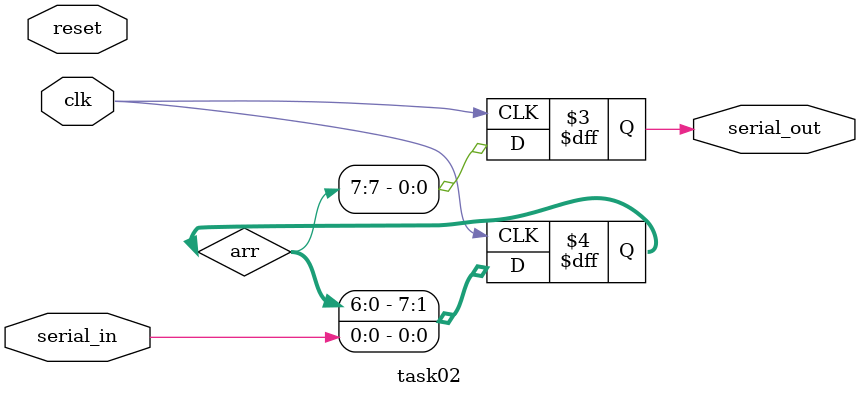
<source format=v>
module task02(
	output reg serial_out,
	input serial_in,
	input clk,
	input reset
);
	reg [7:0]arr;
	
	always @(posedge clk) begin
		if(reset) begin
			arr <= 8'b00000000;
		end 

		serial_out = arr[7];

		arr <= arr << 1;
		arr[0] <= serial_in;
	end

endmodule

</source>
